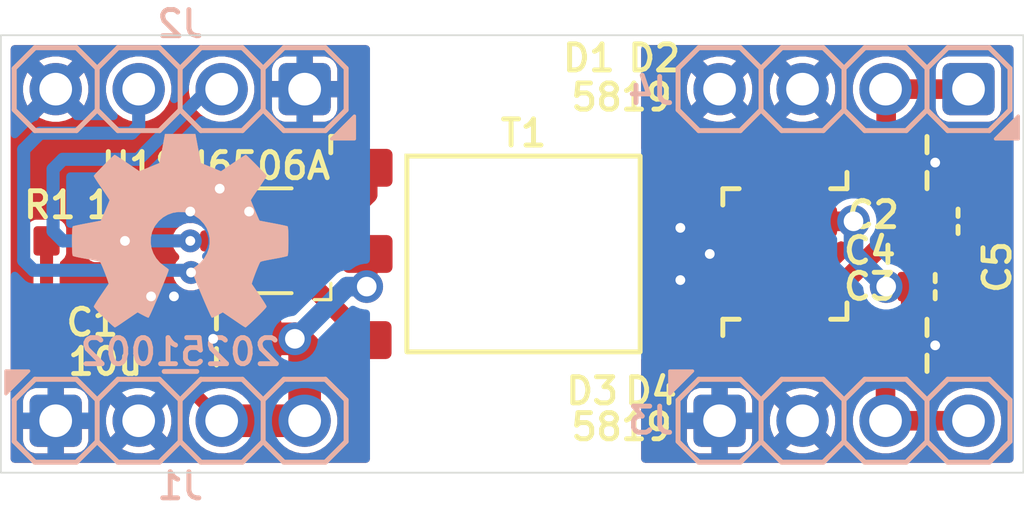
<source format=kicad_pcb>
(kicad_pcb (version 20241229) (generator "pcbnew") (generator_version "9.0")
  (layers (0 "F.Cu" mixed) (2 "B.Cu" mixed) (13 "F.Paste" user) (15 "B.Paste" user) (5 "F.SilkS" user "F.Silkscreen") (7 "B.SilkS" user "B.Silkscreen") (1 "F.Mask" user) (3 "B.Mask" user) (25 "Edge.Cuts" user))
  (net 0 "")
  (net 1 "GND")
  (net 2 "/VIN")
  (net 3 "/ExtClk")
  (net 4 "/Enable")
  (net 5 "/P1")
  (net 6 "/P2")
  (net 7 "/VOUT+")
  (net 8 "/VOUT-")
  (net 9 "Net-(D1-A)")
  (net 10 "Net-(D3-A)")
  (net 11 "GND1")
  (footprint "SquantorCapacitor:C_1206_0805" (layer "F.Cu") (at 158.75 84.8)
    (property "Reference" "C2" (at -1.65 1.6 0) (layer "F.SilkS") (effects (font (size 0.8 0.8))))
    (property "Value" "10u")
    (fp_line (start 0 -0.8) (end 0 -0.3) (stroke (width 0.15)) (layer "F.SilkS"))
    (fp_line (start 0 0.8) (end 0 0.3) (stroke (width 0.15)) (layer "F.SilkS"))
    (pad "1" smd roundrect (at -1.25 0) (size 1.5 1.6) (layers "F.Cu" "F.Mask" "F.Paste") (net 7 "/VOUT+"))
    (pad "2" smd roundrect (at 1.25 0) (size 1.5 1.6) (layers "F.Cu" "F.Mask" "F.Paste") (net 11 "GND1"))
  )
  (footprint "SquantorCapacitor:C_1206_0805" (layer "F.Cu") (at 158.75 90.4)
    (property "Reference" "C3" (at -1.75 -1.8 0) (layer "F.SilkS") (effects (font (size 0.8 0.8))))
    (property "Value" "10u")
    (fp_line (start 0 -0.8) (end 0 -0.3) (stroke (width 0.15)) (layer "F.SilkS"))
    (fp_line (start 0 0.8) (end 0 0.3) (stroke (width 0.15)) (layer "F.SilkS"))
    (pad "1" smd roundrect (at -1.25 0) (size 1.5 1.6) (layers "F.Cu" "F.Mask" "F.Paste") (net 8 "/VOUT-"))
    (pad "2" smd roundrect (at 1.25 0) (size 1.5 1.6) (layers "F.Cu" "F.Mask" "F.Paste") (net 11 "GND1"))
  )
  (footprint "SquantorCapacitor:C_0603" (layer "F.Cu") (at 159.7 86.6)
    (property "Reference" "C5" (at 1.2 1.4 90) (layer "F.SilkS") (effects (font (size 0.8 0.8))))
    (property "Value" "1u")
    (fp_line (start 0 -0.15) (end 0 -0.375) (stroke (width 0.15)) (layer "F.SilkS"))
    (fp_line (start 0 0.375) (end 0 0.15) (stroke (width 0.15)) (layer "F.SilkS"))
    (pad "1" smd roundrect (at -0.75 0) (size 0.8 0.9) (layers "F.Cu" "F.Mask" "F.Paste") (roundrect_rratio 0.125) (net 7 "/VOUT+"))
    (pad "2" smd roundrect (at 0.75 0) (size 0.8 0.9) (layers "F.Cu" "F.Mask" "F.Paste") (roundrect_rratio 0.125) (net 11 "GND1"))
  )
  (footprint "SquantorDiodes:SOD-323HE-shikues" (layer "F.Cu") (at 154.4 90.6)
    (property "Reference" "D4" (at -4.1 1.2 0) (layer "F.SilkS") (effects (font (size 0.8 0.8))))
    (property "Value" "5819")
    (fp_line (start -1.9 -1) (end -1.9 -0.5) (stroke (width 0.15)) (layer "F.SilkS"))
    (fp_line (start -1.9 -1) (end -1.4 -1) (stroke (width 0.15)) (layer "F.SilkS"))
    (pad "1" smd roundrect (at -0.675 0) (size 1.85 1.1) (layers "F.Cu" "F.Mask" "F.Paste") (roundrect_rratio 0.2) (net 10 "Net-(D3-A)"))
    (pad "2" smd roundrect (at 1.15 0) (size 0.9 1) (layers "F.Cu" "F.Mask" "F.Paste") (roundrect_rratio 0.2) (net 8 "/VOUT-"))
  )
  (footprint "SquantorDiodes:SOD-323HE-shikues" (layer "F.Cu") (at 154.4 88.6 180)
    (property "Reference" "D3" (at 5.9 -3.2 0) (layer "F.SilkS") (effects (font (size 0.8 0.8))))
    (property "Value" "5819" (at 5 5.8 0) (layer "F.SilkS") (effects (font (size 0.8 0.8))))
    (fp_line (start -1.9 -1) (end -1.4 -1) (stroke (width 0.15)) (layer "F.SilkS"))
    (fp_line (start -1.9 -1) (end -1.9 -0.5) (stroke (width 0.15)) (layer "F.SilkS"))
    (pad "1" smd roundrect (at -0.675 0 180) (size 1.85 1.1) (layers "F.Cu" "F.Mask" "F.Paste") (roundrect_rratio 0.2) (net 7 "/VOUT+"))
    (pad "2" smd roundrect (at 1.15 0 180) (size 0.9 1) (layers "F.Cu" "F.Mask" "F.Paste") (roundrect_rratio 0.2) (net 10 "Net-(D3-A)"))
  )
  (footprint "SquantorResistor:R_0603_hand" (layer "F.Cu") (at 132.7 87.2)
    (property "Reference" "R1" (at -0.8 -1.1 0) (layer "F.SilkS") (effects (font (size 0.8 0.8))))
    (property "Value" "10K" (at 1.5 -1.1 0) (layer "F.SilkS") (effects (font (size 0.8 0.8))))
    (fp_line (start 0 -0.2) (end 0 0.2) (stroke (width 0.15)) (layer "F.SilkS"))
    (pad "1" smd roundrect (at -0.9 0) (size 0.8 0.9) (layers "F.Cu" "F.Mask" "F.Paste") (roundrect_rratio 0.1428571429) (net 2 "/VIN"))
    (pad "2" smd roundrect (at 0.9 0) (size 0.8 0.9) (layers "F.Cu" "F.Mask" "F.Paste") (roundrect_rratio 0.1428571429) (net 4 "/Enable"))
  )
  (footprint "SquantorFangCheng:T-3_8W-6Pin_hand" (layer "F.Cu") (at 146.4 87.6)
    (property "Reference" "T1" (at 0 -3.7 0) (layer "F.SilkS") (effects (font (size 0.8 0.8))))
    (property "Value" "STR7040")
    (fp_line (start -5.9 -3.6) (end -5.9 -3.1) (stroke (width 0.15)) (layer "F.SilkS"))
    (fp_line (start -5.9 -3.6) (end -5.4 -3.6) (stroke (width 0.15)) (layer "F.SilkS"))
    (fp_rect (start -3.57 -3) (end 3.57 3) (stroke (width 0.15)) (fill no) (layer "F.SilkS"))
    (pad "1" smd roundrect (at -4.77 -2.64) (size 1.52 1.16) (layers "F.Cu" "F.Mask" "F.Paste") (roundrect_rratio 0.15) (net 6 "/P2"))
    (pad "2" smd roundrect (at -4.77 0) (size 1.52 1.16) (layers "F.Cu" "F.Mask" "F.Paste") (roundrect_rratio 0.15) (net 2 "/VIN"))
    (pad "3" smd roundrect (at -4.8 2.64) (size 1.52 1.16) (layers "F.Cu" "F.Mask" "F.Paste") (roundrect_rratio 0.15) (net 5 "/P1"))
    (pad "4" smd roundrect (at 4.77 2.64) (size 1.52 1.16) (layers "F.Cu" "F.Mask" "F.Paste") (roundrect_rratio 0.15) (net 10 "Net-(D3-A)"))
    (pad "5" smd roundrect (at 4.77 0) (size 1.52 1.16) (layers "F.Cu" "F.Mask" "F.Paste") (roundrect_rratio 0.15) (net 11 "GND1"))
    (pad "6" smd roundrect (at 4.77 -2.64) (size 1.52 1.16) (layers "F.Cu" "F.Mask" "F.Paste") (roundrect_rratio 0.15) (net 9 "Net-(D1-A)"))
  )
  (footprint "SquantorCapacitor:C_1206_0805" (layer "F.Cu") (at 137 90.2)
    (property "Reference" "C1" (at -3.8 -0.5 0) (layer "F.SilkS") (effects (font (size 0.8 0.8))))
    (property "Value" "10u" (at -3.4 0.7 0) (layer "F.SilkS") (effects (font (size 0.8 0.8))))
    (fp_line (start 0 -0.8) (end 0 -0.3) (stroke (width 0.15)) (layer "F.SilkS"))
    (fp_line (start 0 0.8) (end 0 0.3) (stroke (width 0.15)) (layer "F.SilkS"))
    (pad "1" smd roundrect (at -1.25 0) (size 1.5 1.6) (layers "F.Cu" "F.Mask" "F.Paste") (net 1 "GND"))
    (pad "2" smd roundrect (at 1.25 0) (size 1.5 1.6) (layers "F.Cu" "F.Mask" "F.Paste") (net 2 "/VIN"))
  )
  (footprint "SquantorDiodes:SOD-323HE-shikues" (layer "F.Cu") (at 154.4 86.6)
    (property "Reference" "D2" (at -4 -5 0) (layer "F.SilkS") (effects (font (size 0.8 0.8))))
    (property "Value" "5819" (at -5 6.3 0) (layer "F.SilkS") (effects (font (size 0.8 0.8))))
    (fp_line (start -1.9 -1) (end -1.9 -0.5) (stroke (width 0.15)) (layer "F.SilkS"))
    (fp_line (start -1.9 -1) (end -1.4 -1) (stroke (width 0.15)) (layer "F.SilkS"))
    (pad "1" smd roundrect (at -0.675 0) (size 1.85 1.1) (layers "F.Cu" "F.Mask" "F.Paste") (roundrect_rratio 0.2) (net 9 "Net-(D1-A)"))
    (pad "2" smd roundrect (at 1.15 0) (size 0.9 1) (layers "F.Cu" "F.Mask" "F.Paste") (roundrect_rratio 0.2) (net 8 "/VOUT-"))
  )
  (footprint "SquantorCapacitor:C_0603" (layer "F.Cu") (at 159 88.6)
    (property "Reference" "C4" (at -2 -1.1 0) (layer "F.SilkS") (effects (font (size 0.8 0.8))))
    (property "Value" "1u")
    (fp_line (start 0 -0.15) (end 0 -0.375) (stroke (width 0.15)) (layer "F.SilkS"))
    (fp_line (start 0 0.375) (end 0 0.15) (stroke (width 0.15)) (layer "F.SilkS"))
    (pad "1" smd roundrect (at -0.75 0) (size 0.8 0.9) (layers "F.Cu" "F.Mask" "F.Paste") (roundrect_rratio 0.125) (net 8 "/VOUT-"))
    (pad "2" smd roundrect (at 0.75 0) (size 0.8 0.9) (layers "F.Cu" "F.Mask" "F.Paste") (roundrect_rratio 0.125) (net 11 "GND1"))
  )
  (footprint "SquantorDiodes:SOD-323HE-shikues" (layer "F.Cu") (at 154.4 84.6 180)
    (property "Reference" "D1" (at 6 3 0) (layer "F.SilkS") (effects (font (size 0.8 0.8))))
    (property "Value" "5819")
    (fp_line (start -1.9 -1) (end -1.4 -1) (stroke (width 0.15)) (layer "F.SilkS"))
    (fp_line (start -1.9 -1) (end -1.9 -0.5) (stroke (width 0.15)) (layer "F.SilkS"))
    (pad "1" smd roundrect (at -0.675 0 180) (size 1.85 1.1) (layers "F.Cu" "F.Mask" "F.Paste") (roundrect_rratio 0.2) (net 7 "/VOUT+"))
    (pad "2" smd roundrect (at 1.15 0 180) (size 0.9 1) (layers "F.Cu" "F.Mask" "F.Paste") (roundrect_rratio 0.2) (net 9 "Net-(D1-A)"))
  )
  (footprint "SquantorIC:SOT23-6-TI" (layer "F.Cu") (at 138.4 87.2 180)
    (property "Reference" "U1" (at 4.1 2.3 0) (layer "F.SilkS") (effects (font (size 0.8 0.8))))
    (property "Value" "SN6506A" (at 0.6 2.3 0) (layer "F.SilkS") (effects (font (size 0.8 0.8))))
    (fp_line (start 0.9 -1.6) (end -0.9 -1.6) (stroke (width 0.12)) (layer "F.SilkS"))
    (fp_line (start -0.9 1.61) (end 0.9 1.61) (stroke (width 0.12)) (layer "F.SilkS"))
    (fp_line (start -2.1 -1.8) (end -1.6 -1.8) (stroke (width 0.1)) (layer "F.SilkS"))
    (fp_line (start -2.1 -1.8) (end -2.1 -1.3) (stroke (width 0.1)) (layer "F.SilkS"))
    (pad "1" smd roundrect (at -1.3 -0.95 180) (size 1.2 0.65) (layers "F.Cu" "F.Mask" "F.Paste") (roundrect_rratio 0.2) (net 5 "/P1"))
    (pad "2" smd roundrect (at -1.3 0 180) (size 1.2 0.65) (layers "F.Cu" "F.Mask" "F.Paste") (roundrect_rratio 0.2) (net 2 "/VIN"))
    (pad "3" smd roundrect (at -1.3 0.95 180) (size 1.2 0.65) (layers "F.Cu" "F.Mask" "F.Paste") (roundrect_rratio 0.2) (net 6 "/P2"))
    (pad "4" smd roundrect (at 1.3 0.95 180) (size 1.2 0.65) (layers "F.Cu" "F.Mask" "F.Paste") (roundrect_rratio 0.2) (net 1 "GND"))
    (pad "5" smd roundrect (at 1.3 0 180) (size 1.2 0.65) (layers "F.Cu" "F.Mask" "F.Paste") (roundrect_rratio 0.2) (net 4 "/Enable"))
    (pad "6" smd roundrect (at 1.3 -0.95 180) (size 1.2 0.65) (layers "F.Cu" "F.Mask" "F.Paste") (roundrect_rratio 0.2) (net 3 "/ExtClk"))
  )
  (footprint "SquantorLabels:Label_Generic" (layer "B.Cu") (at 135.9 90.6 180)
    (property "Reference" "N1" (hide yes))
    (property "Value" "20251002" (at 0 0 0) (layer "B.SilkS") (effects (font (size 0.8 0.8)) (justify mirror)))
    (fp_line (start -0.5 -0.6) (end 0.5 -0.6) (stroke (width 0.15)) (layer "B.SilkS"))
  )
  (footprint "Symbol:OSHW-Symbol_6.7x6mm_SilkScreen" (layer "B.Cu") (at 135.9 86.9 180)
    (property "Reference" "N2" (hide yes))
    (property "Value" "OHWLOGO" (hide yes))
    (fp_poly (pts (xy 0.555814 2.531069) (xy 0.639635 2.086445) (xy 0.94892 1.958947) (xy 1.258206 1.831449) (xy 1.629246 2.083754) (xy 1.733157 2.154004) (xy 1.827087 2.216728) (xy 1.906652 2.269062) (xy 1.96747 2.308143) (xy 2.005157 2.331107) (xy 2.015421 2.336058) (xy 2.03391 2.323324) (xy 2.07342 2.288118) (xy 2.129522 2.234938) (xy 2.197787 2.168282) (xy 2.273786 2.092646) (xy 2.353092 2.012528) (xy 2.431275 1.932426) (xy 2.503907 1.856836) (xy 2.566559 1.790255) (xy 2.614803 1.737182) (xy 2.64421 1.702113) (xy 2.651241 1.690377) (xy 2.641123 1.66874) (xy 2.612759 1.621338) (xy 2.569129 1.552807) (xy 2.513218 1.467785) (xy 2.448006 1.370907) (xy 2.410219 1.31565) (xy 2.341343 1.214752) (xy 2.28014 1.123701) (xy 2.229578 1.04703) (xy 2.192628 0.989272) (xy 2.172258 0.954957) (xy 2.169197 0.947746) (xy 2.176136 0.927252) (xy 2.195051 0.879487) (xy 2.223087 0.811168) (xy 2.257391 0.729011) (xy 2.295109 0.63973) (xy 2.333387 0.550042) (xy 2.36937 0.466662) (xy 2.400206 0.396306) (xy 2.423039 0.34569) (xy 2.435017 0.321529) (xy 2.435724 0.320578) (xy 2.454531 0.315964) (xy 2.504618 0.305672) (xy 2.580793 0.290713) (xy 2.677865 0.272099) (xy 2.790643 0.250841) (xy 2.856442 0.238582) (xy 2.97695 0.215638) (xy 3.085797 0.193805) (xy 3.177476 0.174278) (xy 3.246481 0.158252) (xy 3.287304 0.146921) (xy 3.295511 0.143326) (xy 3.303548 0.118994) (xy 3.310033 0.064041) (xy 3.31497 -0.015108) (xy 3.318364 -0.112026) (xy 3.320218 -0.220287) (xy 3.320538 -0.333465) (xy 3.319327 -0.445135) (xy 3.31659 -0.548868) (xy 3.312331 -0.638241) (xy 3.306555 -0.706826) (xy 3.299267 -0.748197) (xy 3.294895 -0.75681) (xy 3.268764 -0.767133) (xy 3.213393 -0.781892) (xy 3.136107 -0.799352) (xy 3.04423 -0.81778) (xy 3.012158 -0.823741) (xy 2.857524 -0.852066) (xy 2.735375 -0.874876) (xy 2.641673 -0.89308) (xy 2.572384 -0.907583) (xy 2.523471 -0.919292) (xy 2.490897 -0.929115) (xy 2.470628 -0.937956) (xy 2.458626 -0.946724) (xy 2.456947 -0.948457) (xy 2.440184 -0.976371) (xy 2.414614 -1.030695) (xy 2.382788 -1.104777) (xy 2.34726 -1.191965) (xy 2.310583 -1.285608) (xy 2.275311 -1.379052) (xy 2.243996 -1.465647) (xy 2.219193 -1.53874) (xy 2.203454 -1.591678) (xy 2.199332 -1.617811) (xy 2.199676 -1.618726) (xy 2.213641 -1.640086) (xy 2.245322 -1.687084) (xy 2.291391 -1.754827) (xy 2.348518 -1.838423) (xy 2.413373 -1.932982) (xy 2.431843 -1.959854) (xy 2.497699 -2.057275) (xy 2.55565 -2.146163) (xy 2.602538 -2.221412) (xy 2.635207 -2.27792) (xy 2.6505 -2.310581) (xy 2.651241 -2.314593) (xy 2.638392 -2.335684) (xy 2.602888 -2.377464) (xy 2.549293 -2.435445) (xy 2.482171 -2.505135) (xy 2.406087 -2.582045) (xy 2.325604 -2.661683) (xy 2.245287 -2.739561) (xy 2.169699 -2.811186) (xy 2.103405 -2.87207) (xy 2.050969 -2.917721) (xy 2.016955 -2.94365) (xy 2.007545 -2.947883) (xy 1.985643 -2.937912) (xy 1.9408 -2.91102) (xy 1.880321 -2.871736) (xy 1.833789 -2.840117) (xy 1.749475 -2.782098) (xy 1.649626 -2.713784) (xy 1.549473 -2.645579) (xy 1.495627 -2.609075) (xy 1.313371 -2.4858) (xy 1.160381 -2.56852) (xy 1.090682 -2.604759) (xy 1.031414 -2.632926) (xy 0.991311 -2.648991) (xy 0.981103 -2.651226) (xy 0.968829 -2.634722) (xy 0.944613 -2.588082) (xy 0.910263 -2.515609) (xy 0.867588 -2.421606) (xy 0.818394 -2.310374) (xy 0.76449 -2.186215) (xy 0.707684 -2.053432) (xy 0.649782 -1.916327) (xy 0.592593 -1.779202) (xy 0.537924 -1.646358) (xy 0.487584 -1.522098) (xy 0.44338 -1.410725) (xy 0.407119 -1.316539) (xy 0.380609 -1.243844) (xy 0.365658 -1.196941) (xy 0.363254 -1.180833) (xy 0.382311 -1.160286) (xy 0.424036 -1.126933) (xy 0.479706 -1.087702) (xy 0.484378 -1.084599) (xy 0.628264 -0.969423) (xy 0.744283 -0.835053) (xy 0.83143 -0.685784) (xy 0.888699 -0.525913) (xy 0.915086 -0.359737) (xy 0.909585 -0.191552) (xy 0.87119 -0.025655) (xy 0.798895 0.133658) (xy 0.777626 0.168513) (xy 0.666996 0.309263) (xy 0.536302 0.422286) (xy 0.390064 0.506997) (xy 0.232808 0.562806) (xy 0.069057 0.589126) (xy -0.096667 0.58537) (xy -0.259838 0.55095) (xy -0.415935 0.485277) (xy -0.560433 0.387765) (xy -0.605131 0.348187) (xy -0.718888 0.224297) (xy -0.801782 0.093876) (xy -0.858644 -0.052315) (xy -0.890313 -0.197088) (xy -0.898131 -0.35986) (xy -0.872062 -0.52344) (xy -0.814755 -0.682298) (xy -0.728856 -0.830906) (xy -0.617014 -0.963735) (xy -0.481877 -1.075256) (xy -0.464117 -1.087011) (xy -0.40785 -1.125508) (xy -0.365077 -1.158863) (xy -0.344628 -1.18016) (xy -0.344331 -1.180833) (xy -0.348721 -1.203871) (xy -0.366124 -1.256157) (xy -0.394732 -1.33339) (xy -0.432735 -1.431268) (xy -0.478326 -1.545491) (xy -0.529697 -1.671758) (xy -0.585038 -1.805767) (xy -0.642542 -1.943218) (xy -0.700399 -2.079808) (xy -0.756802 -2.211237) (xy -0.809942 -2.333205) (xy -0.85801 -2.441409) (xy -0.899199 -2.531549) (xy -0.931699 -2.599323) (xy -0.953703 -2.64043) (xy -0.962564 -2.651226) (xy -0.98964 -2.642819) (xy -1.040303 -2.620272) (xy -1.105817 -2.587613) (xy -1.141841 -2.56852) (xy -1.294832 -2.4858) (xy -1.477088 -2.609075) (xy -1.570125 -2.672228) (xy -1.671985 -2.741727) (xy -1.767438 -2.807165) (xy -1.81525 -2.840117) (xy -1.882495 -2.885273) (xy -1.939436 -2.921057) (xy -1.978646 -2.942938) (xy -1.991381 -2.947563) (xy -2.009917 -2.935085) (xy -2.050941 -2.900252) (xy -2.110475 -2.846678) (xy -2.184542 -2.777983) (xy -2.269165 -2.697781) (xy -2.322685 -2.646286) (xy -2.416319 -2.554286) (xy -2.497241 -2.471999) (xy -2.562177 -2.402945) (xy -2.607858 -2.350644) (xy -2.631011 -2.318616) (xy -2.633232 -2.312116) (xy -2.622924 -2.287394) (xy -2.594439 -2.237405) (xy -2.550937 -2.167212) (xy -2.495577 -2.081875) (xy -2.43152 -1.986456) (xy -2.413303 -1.959854) (xy -2.346927 -1.863167) (xy -2.287378 -1.776117) (xy -2.237984 -1.703595) (xy -2.202075 -1.650493) (xy -2.182981 -1.621703) (xy -2.181136 -1.618726) (xy -2.183895 -1.595782) (xy -2.198538 -1.545336) (xy -2.222513 -1.474041) (xy -2.253266 -1.388547) (xy -2.288244 -1.295507) (xy -2.324893 -1.201574) (xy -2.360661 -1.113399) (xy -2.392994 -1.037634) (xy -2.419338 -0.980931) (xy -2.437142 -0.949943) (xy -2.438407 -0.948457) (xy -2.449294 -0.939601) (xy -2.467682 -0.930843) (xy -2.497606 -0.921277) (xy -2.543103 -0.909996) (xy -2.608209 -0.896093) (xy -2.696961 -0.878663) (xy -2.813393 -0.856798) (xy -2.961542 -0.829591) (xy -2.993618 -0.823741) (xy -3.088686 -0.805374) (xy -3.171565 -0.787405) (xy -3.23493 -0.771569) (xy -3.271458 -0.7596) (xy -3.276356 -0.75681) (xy -3.284427 -0.732072) (xy -3.290987 -0.67679) (xy -3.296033 -0.597389) (xy -3.299559 -0.500296) (xy -3.301561 -0.391938) (xy -3.302036 -0.27874) (xy -3.300977 -0.167128) (xy -3.298382 -0.063529) (xy -3.294246 0.025632) (xy -3.288563 0.093928) (xy -3.281331 0.134934) (xy -3.276971 0.143326) (xy -3.252698 0.151792) (xy -3.197426 0.165565) (xy -3.116662 0.18345) (xy -3.015912 0.204252) (xy -2.900683 0.226777) (xy -2.837902 0.238582) (xy -2.718787 0.260849) (xy -2.612565 0.281021) (xy -2.524427 0.298085) (xy -2.459566 0.311031) (xy -2.423174 0.318845) (xy -2.417184 0.320578) (xy -2.407061 0.34011) (xy -2.385662 0.387157) (xy -2.355839 0.454997) (xy -2.320445 0.536909) (xy -2.282332 0.626172) (xy -2.244353 0.716065) (xy -2.20936 0.799865) (xy -2.180206 0.870853) (xy -2.159743 0.922306) (xy -2.150823 0.947503) (xy -2.150657 0.948604) (xy -2.160769 0.968481) (xy -2.189117 1.014223) (xy -2.232723 1.081283) (xy -2.288606 1.165116) (xy -2.353787 1.261174) (xy -2.391679 1.31635) (xy -2.460725 1.417519) (xy -2.52205 1.50937) (xy -2.572663 1.587256) (xy -2.609571 1.646531) (xy -2.629782 1.682549) (xy -2.632701 1.690623) (xy -2.620153 1.709416) (xy -2.585463 1.749543) (xy -2.533063 1.806507) (xy -2.467384 1.875815) (xy -2.392856 1.952969) (xy -2.313913 2.033475) (xy -2.234983 2.112837) (xy -2.1605 2.18656) (xy -2.094894 2.250148) (xy -2.042596 2.299106) (xy -2.008039 2.328939) (xy -1.996478 2.336058) (xy -1.977654 2.326047) (xy -1.932631 2.297922) (xy -1.865787 2.254546) (xy -1.781499 2.198782) (xy -1.684144 2.133494) (xy -1.610707 2.083754) (xy -1.239667 1.831449) (xy -0.621095 2.086445) (xy -0.537275 2.531069) (xy -0.453454 2.975693) (xy 0.471994 2.975693) (xy 0.555814 2.531069)) (stroke (width 0.01)) (fill yes) (layer "B.SilkS"))
  )
  (footprint "SquantorConnectors:Header-0254-1X04-H010" (layer "B.Cu") (at 156.21 92.71)
    (property "Reference" "J3" (at -5.91 -0.01 0) (layer "B.SilkS") (effects (font (size 0.8 0.8) (thickness 0.15) (bold yes)) (justify mirror)))
    (property "Value" "Conn_01x04")
    (fp_line (start -5.08 -0.635) (end -4.445 -1.27) (stroke (width 0.1524)) (layer "B.SilkS"))
    (fp_line (start -5.08 0.635) (end -5.08 -0.635) (stroke (width 0.1524)) (layer "B.SilkS"))
    (fp_line (start -4.445 1.27) (end -5.08 0.635) (stroke (width 0.1524)) (layer "B.SilkS"))
    (fp_line (start -4.445 1.27) (end -3.175 1.27) (stroke (width 0.1524)) (layer "B.SilkS"))
    (fp_line (start -3.175 -1.27) (end -4.445 -1.27) (stroke (width 0.1524)) (layer "B.SilkS"))
    (fp_line (start -3.175 1.27) (end -2.54 0.635) (stroke (width 0.1524)) (layer "B.SilkS"))
    (fp_line (start -2.54 -0.635) (end -3.175 -1.27) (stroke (width 0.1524)) (layer "B.SilkS"))
    (fp_line (start -2.54 0.635) (end -2.54 -0.635) (stroke (width 0.1524)) (layer "B.SilkS"))
    (fp_line (start -2.54 0.635) (end -1.905 1.27) (stroke (width 0.1524)) (layer "B.SilkS"))
    (fp_line (start -1.905 -1.27) (end -2.54 -0.635) (stroke (width 0.1524)) (layer "B.SilkS"))
    (fp_line (start -1.905 1.27) (end -0.635 1.27) (stroke (width 0.1524)) (layer "B.SilkS"))
    (fp_line (start -0.635 -1.27) (end -1.905 -1.27) (stroke (width 0.1524)) (layer "B.SilkS"))
    (fp_line (start -0.635 1.27) (end 0 0.635) (stroke (width 0.1524)) (layer "B.SilkS"))
    (fp_line (start 0 -0.635) (end -0.635 -1.27) (stroke (width 0.1524)) (layer "B.SilkS"))
    (fp_line (start 0 0.635) (end 0 -0.635) (stroke (width 0.1524)) (layer "B.SilkS"))
    (fp_line (start 0 0.635) (end 0.635 1.27) (stroke (width 0.1524)) (layer "B.SilkS"))
    (fp_line (start 0.635 -1.27) (end 0 -0.635) (stroke (width 0.1524)) (layer "B.SilkS"))
    (fp_line (start 0.635 1.27) (end 1.905 1.27) (stroke (width 0.1524)) (layer "B.SilkS"))
    (fp_line (start 1.905 -1.27) (end 0.635 -1.27) (stroke (width 0.1524)) (layer "B.SilkS"))
    (fp_line (start 1.905 1.27) (end 2.54 0.635) (stroke (width 0.1524)) (layer "B.SilkS"))
    (fp_line (start 2.54 -0.635) (end 1.905 -1.27) (stroke (width 0.1524)) (layer "B.SilkS"))
    (fp_line (start 2.54 -0.635) (end 3.175 -1.27) (stroke (width 0.1524)) (layer "B.SilkS"))
    (fp_line (start 2.54 0.635) (end 2.54 -0.635) (stroke (width 0.1524)) (layer "B.SilkS"))
    (fp_line (start 3.175 1.27) (end 2.54 0.635) (stroke (width 0.1524)) (layer "B.SilkS"))
    (fp_line (start 3.175 1.27) (end 4.445 1.27) (stroke (width 0.1524)) (layer "B.SilkS"))
    (fp_line (start 4.445 -1.27) (end 3.175 -1.27) (stroke (width 0.1524)) (layer "B.SilkS"))
    (fp_line (start 4.445 1.27) (end 5.08 0.635) (stroke (width 0.1524)) (layer "B.SilkS"))
    (fp_line (start 5.08 -0.635) (end 4.445 -1.27) (stroke (width 0.1524)) (layer "B.SilkS"))
    (fp_line (start 5.08 0.635) (end 5.08 -0.635) (stroke (width 0.1524)) (layer "B.SilkS"))
    (fp_poly (pts (xy -5.334 -0.8255) (xy -5.334 -1.524) (xy -4.6355 -1.524)) (stroke (width 0.1)) (fill yes) (layer "B.SilkS"))
    (pad "1" thru_hole roundrect (at -3.81 0 180) (size 1.6 1.6) (drill 1) (layers "*.Cu" "*.Mask") (roundrect_rratio 0.15) (net 11 "GND1"))
    (pad "2" thru_hole circle (at -1.27 0 180) (size 1.6 1.6) (drill 1) (layers "*.Cu" "*.Mask") (net 11 "GND1"))
    (pad "3" thru_hole circle (at 1.27 0 180) (size 1.6 1.6) (drill 1) (layers "*.Cu" "*.Mask") (net 8 "/VOUT-"))
    (pad "4" thru_hole circle (at 3.81 0 180) (size 1.6 1.6) (drill 1) (layers "*.Cu" "*.Mask") (net 8 "/VOUT-"))
  )
  (footprint "SquantorConnectors:Header-0254-1X04-H010" (layer "B.Cu") (at 135.89 82.55 180)
    (property "Reference" "J2" (at 0 2 0) (layer "B.SilkS") (effects (font (size 0.8 0.8) (thickness 0.15) (bold yes)) (justify mirror)))
    (property "Value" "Conn_01x04")
    (fp_line (start 5.08 0.635) (end 5.08 -0.635) (stroke (width 0.1524)) (layer "B.SilkS"))
    (fp_line (start 5.08 -0.635) (end 4.445 -1.27) (stroke (width 0.1524)) (layer "B.SilkS"))
    (fp_line (start 4.445 1.27) (end 5.08 0.635) (stroke (width 0.1524)) (layer "B.SilkS"))
    (fp_line (start 4.445 -1.27) (end 3.175 -1.27) (stroke (width 0.1524)) (layer "B.SilkS"))
    (fp_line (start 3.175 1.27) (end 4.445 1.27) (stroke (width 0.1524)) (layer "B.SilkS"))
    (fp_line (start 3.175 1.27) (end 2.54 0.635) (stroke (width 0.1524)) (layer "B.SilkS"))
    (fp_line (start 2.54 0.635) (end 2.54 -0.635) (stroke (width 0.1524)) (layer "B.SilkS"))
    (fp_line (start 2.54 -0.635) (end 3.175 -1.27) (stroke (width 0.1524)) (layer "B.SilkS"))
    (fp_line (start 2.54 -0.635) (end 1.905 -1.27) (stroke (width 0.1524)) (layer "B.SilkS"))
    (fp_line (start 1.905 1.27) (end 2.54 0.635) (stroke (width 0.1524)) (layer "B.SilkS"))
    (fp_line (start 1.905 -1.27) (end 0.635 -1.27) (stroke (width 0.1524)) (layer "B.SilkS"))
    (fp_line (start 0.635 1.27) (end 1.905 1.27) (stroke (width 0.1524)) (layer "B.SilkS"))
    (fp_line (start 0.635 -1.27) (end 0 -0.635) (stroke (width 0.1524)) (layer "B.SilkS"))
    (fp_line (start 0 0.635) (end 0.635 1.27) (stroke (width 0.1524)) (layer "B.SilkS"))
    (fp_line (start 0 0.635) (end 0 -0.635) (stroke (width 0.1524)) (layer "B.SilkS"))
    (fp_line (start 0 -0.635) (end -0.635 -1.27) (stroke (width 0.1524)) (layer "B.SilkS"))
    (fp_line (start -0.635 1.27) (end 0 0.635) (stroke (width 0.1524)) (layer "B.SilkS"))
    (fp_line (start -0.635 -1.27) (end -1.905 -1.27) (stroke (width 0.1524)) (layer "B.SilkS"))
    (fp_line (start -1.905 1.27) (end -0.635 1.27) (stroke (width 0.1524)) (layer "B.SilkS"))
    (fp_line (start -1.905 -1.27) (end -2.54 -0.635) (stroke (width 0.1524)) (layer "B.SilkS"))
    (fp_line (start -2.54 0.635) (end -1.905 1.27) (stroke (width 0.1524)) (layer "B.SilkS"))
    (fp_line (start -2.54 0.635) (end -2.54 -0.635) (stroke (width 0.1524)) (layer "B.SilkS"))
    (fp_line (start -2.54 -0.635) (end -3.175 -1.27) (stroke (width 0.1524)) (layer "B.SilkS"))
    (fp_line (start -3.175 1.27) (end -2.54 0.635) (stroke (width 0.1524)) (layer "B.SilkS"))
    (fp_line (start -3.175 -1.27) (end -4.445 -1.27) (stroke (width 0.1524)) (layer "B.SilkS"))
    (fp_line (start -4.445 1.27) (end -3.175 1.27) (stroke (width 0.1524)) (layer "B.SilkS"))
    (fp_line (start -4.445 1.27) (end -5.08 0.635) (stroke (width 0.1524)) (layer "B.SilkS"))
    (fp_line (start -5.08 0.635) (end -5.08 -0.635) (stroke (width 0.1524)) (layer "B.SilkS"))
    (fp_line (start -5.08 -0.635) (end -4.445 -1.27) (stroke (width 0.1524)) (layer "B.SilkS"))
    (fp_poly (pts (xy -5.334 -0.8255) (xy -5.334 -1.524) (xy -4.6355 -1.524)) (stroke (width 0.1)) (fill yes) (layer "B.SilkS"))
    (pad "1" thru_hole roundrect (at -3.81 0) (size 1.6 1.6) (drill 1) (layers "*.Cu" "*.Mask") (roundrect_rratio 0.15) (net 1 "GND"))
    (pad "2" thru_hole circle (at -1.27 0) (size 1.6 1.6) (drill 1) (layers "*.Cu" "*.Mask") (net 4 "/Enable"))
    (pad "3" thru_hole circle (at 1.27 0) (size 1.6 1.6) (drill 1) (layers "*.Cu" "*.Mask") (net 3 "/ExtClk"))
    (pad "4" thru_hole circle (at 3.81 0) (size 1.6 1.6) (drill 1) (layers "*.Cu" "*.Mask") (net 1 "GND"))
  )
  (footprint "SquantorConnectors:Header-0254-1X04-H010" (layer "B.Cu") (at 135.89 92.71)
    (property "Reference" "J1" (at 0 2 180) (layer "B.SilkS") (effects (font (size 0.8 0.8) (thickness 0.15) (bold yes)) (justify mirror)))
    (property "Value" "Conn_01x04")
    (fp_line (start -5.08 -0.635) (end -4.445 -1.27) (stroke (width 0.1524)) (layer "B.SilkS"))
    (fp_line (start -5.08 0.635) (end -5.08 -0.635) (stroke (width 0.1524)) (layer "B.SilkS"))
    (fp_line (start -4.445 1.27) (end -5.08 0.635) (stroke (width 0.1524)) (layer "B.SilkS"))
    (fp_line (start -4.445 1.27) (end -3.175 1.27) (stroke (width 0.1524)) (layer "B.SilkS"))
    (fp_line (start -3.175 -1.27) (end -4.445 -1.27) (stroke (width 0.1524)) (layer "B.SilkS"))
    (fp_line (start -3.175 1.27) (end -2.54 0.635) (stroke (width 0.1524)) (layer "B.SilkS"))
    (fp_line (start -2.54 -0.635) (end -3.175 -1.27) (stroke (width 0.1524)) (layer "B.SilkS"))
    (fp_line (start -2.54 0.635) (end -2.54 -0.635) (stroke (width 0.1524)) (layer "B.SilkS"))
    (fp_line (start -2.54 0.635) (end -1.905 1.27) (stroke (width 0.1524)) (layer "B.SilkS"))
    (fp_line (start -1.905 -1.27) (end -2.54 -0.635) (stroke (width 0.1524)) (layer "B.SilkS"))
    (fp_line (start -1.905 1.27) (end -0.635 1.27) (stroke (width 0.1524)) (layer "B.SilkS"))
    (fp_line (start -0.635 -1.27) (end -1.905 -1.27) (stroke (width 0.1524)) (layer "B.SilkS"))
    (fp_line (start -0.635 1.27) (end 0 0.635) (stroke (width 0.1524)) (layer "B.SilkS"))
    (fp_line (start 0 -0.635) (end -0.635 -1.27) (stroke (width 0.1524)) (layer "B.SilkS"))
    (fp_line (start 0 0.635) (end 0 -0.635) (stroke (width 0.1524)) (layer "B.SilkS"))
    (fp_line (start 0 0.635) (end 0.635 1.27) (stroke (width 0.1524)) (layer "B.SilkS"))
    (fp_line (start 0.635 -1.27) (end 0 -0.635) (stroke (width 0.1524)) (layer "B.SilkS"))
    (fp_line (start 0.635 1.27) (end 1.905 1.27) (stroke (width 0.1524)) (layer "B.SilkS"))
    (fp_line (start 1.905 -1.27) (end 0.635 -1.27) (stroke (width 0.1524)) (layer "B.SilkS"))
    (fp_line (start 1.905 1.27) (end 2.54 0.635) (stroke (width 0.1524)) (layer "B.SilkS"))
    (fp_line (start 2.54 -0.635) (end 1.905 -1.27) (stroke (width 0.1524)) (layer "B.SilkS"))
    (fp_line (start 2.54 -0.635) (end 3.175 -1.27) (stroke (width 0.1524)) (layer "B.SilkS"))
    (fp_line (start 2.54 0.635) (end 2.54 -0.635) (stroke (width 0.1524)) (layer "B.SilkS"))
    (fp_line (start 3.175 1.27) (end 2.54 0.635) (stroke (width 0.1524)) (layer "B.SilkS"))
    (fp_line (start 3.175 1.27) (end 4.445 1.27) (stroke (width 0.1524)) (layer "B.SilkS"))
    (fp_line (start 4.445 -1.27) (end 3.175 -1.27) (stroke (width 0.1524)) (layer "B.SilkS"))
    (fp_line (start 4.445 1.27) (end 5.08 0.635) (stroke (width 0.1524)) (layer "B.SilkS"))
    (fp_line (start 5.08 -0.635) (end 4.445 -1.27) (stroke (width 0.1524)) (layer "B.SilkS"))
    (fp_line (start 5.08 0.635) (end 5.08 -0.635) (stroke (width 0.1524)) (layer "B.SilkS"))
    (fp_poly (pts (xy -5.334 -0.8255) (xy -5.334 -1.524) (xy -4.6355 -1.524)) (stroke (width 0.1)) (fill yes) (layer "B.SilkS"))
    (pad "1" thru_hole roundrect (at -3.81 0 180) (size 1.6 1.6) (drill 1) (layers "*.Cu" "*.Mask") (roundrect_rratio 0.15) (net 1 "GND"))
    (pad "2" thru_hole circle (at -1.27 0 180) (size 1.6 1.6) (drill 1) (layers "*.Cu" "*.Mask") (net 1 "GND"))
    (pad "3" thru_hole circle (at 1.27 0 180) (size 1.6 1.6) (drill 1) (layers "*.Cu" "*.Mask") (net 2 "/VIN"))
    (pad "4" thru_hole circle (at 3.81 0 180) (size 1.6 1.6) (drill 1) (layers "*.Cu" "*.Mask") (net 2 "/VIN"))
  )
  (footprint "SquantorConnectors:Header-0254-1X04-H010" (layer "B.Cu") (at 156.21 82.55 180)
    (property "Reference" "J4" (at 5.91 -0.05 0) (layer "B.SilkS") (effects (font (size 0.8 0.8) (thickness 0.15) (bold yes)) (justify mirror)))
    (property "Value" "Conn_01x04")
    (fp_line (start 5.08 0.635) (end 5.08 -0.635) (stroke (width 0.1524)) (layer "B.SilkS"))
    (fp_line (start 5.08 -0.635) (end 4.445 -1.27) (stroke (width 0.1524)) (layer "B.SilkS"))
    (fp_line (start 4.445 1.27) (end 5.08 0.635) (stroke (width 0.1524)) (layer "B.SilkS"))
    (fp_line (start 4.445 -1.27) (end 3.175 -1.27) (stroke (width 0.1524)) (layer "B.SilkS"))
    (fp_line (start 3.175 1.27) (end 4.445 1.27) (stroke (width 0.1524)) (layer "B.SilkS"))
    (fp_line (start 3.175 1.27) (end 2.54 0.635) (stroke (width 0.1524)) (layer "B.SilkS"))
    (fp_line (start 2.54 0.635) (end 2.54 -0.635) (stroke (width 0.1524)) (layer "B.SilkS"))
    (fp_line (start 2.54 -0.635) (end 3.175 -1.27) (stroke (width 0.1524)) (layer "B.SilkS"))
    (fp_line (start 2.54 -0.635) (end 1.905 -1.27) (stroke (width 0.1524)) (layer "B.SilkS"))
    (fp_line (start 1.905 1.27) (end 2.54 0.635) (stroke (width 0.1524)) (layer "B.SilkS"))
    (fp_line (start 1.905 -1.27) (end 0.635 -1.27) (stroke (width 0.1524)) (layer "B.SilkS"))
    (fp_line (start 0.635 1.27) (end 1.905 1.27) (stroke (width 0.1524)) (layer "B.SilkS"))
    (fp_line (start 0.635 -1.27) (end 0 -0.635) (stroke (width 0.1524)) (layer "B.SilkS"))
    (fp_line (start 0 0.635) (end 0.635 1.27) (stroke (width 0.1524)) (layer "B.SilkS"))
    (fp_line (start 0 0.635) (end 0 -0.635) (stroke (width 0.1524)) (layer "B.SilkS"))
    (fp_line (start 0 -0.635) (end -0.635 -1.27) (stroke (width 0.1524)) (layer "B.SilkS"))
    (fp_line (start -0.635 1.27) (end 0 0.635) (stroke (width 0.1524)) (layer "B.SilkS"))
    (fp_line (start -0.635 -1.27) (end -1.905 -1.27) (stroke (width 0.1524)) (layer "B.SilkS"))
    (fp_line (start -1.905 1.27) (end -0.635 1.27) (stroke (width 0.1524)) (layer "B.SilkS"))
    (fp_line (start -1.905 -1.27) (end -2.54 -0.635) (stroke (width 0.1524)) (layer "B.SilkS"))
    (fp_line (start -2.54 0.635) (end -1.905 1.27) (stroke (width 0.1524)) (layer "B.SilkS"))
    (fp_line (start -2.54 0.635) (end -2.54 -0.635) (stroke (width 0.1524)) (layer "B.SilkS"))
    (fp_line (start -2.54 -0.635) (end -3.175 -1.27) (stroke (width 0.1524)) (layer "B.SilkS"))
    (fp_line (start -3.175 1.27) (end -2.54 0.635) (stroke (width 0.1524)) (layer "B.SilkS"))
    (fp_line (start -3.175 -1.27) (end -4.445 -1.27) (stroke (width 0.1524)) (layer "B.SilkS"))
    (fp_line (start -4.445 1.27) (end -3.175 1.27) (stroke (width 0.1524)) (layer "B.SilkS"))
    (fp_line (start -4.445 1.27) (end -5.08 0.635) (stroke (width 0.1524)) (layer "B.SilkS"))
    (fp_line (start -5.08 0.635) (end -5.08 -0.635) (stroke (width 0.1524)) (layer "B.SilkS"))
    (fp_line (start -5.08 -0.635) (end -4.445 -1.27) (stroke (width 0.1524)) (layer "B.SilkS"))
    (fp_poly (pts (xy -5.334 -0.8255) (xy -5.334 -1.524) (xy -4.6355 -1.524)) (stroke (width 0.1)) (fill yes) (layer "B.SilkS"))
    (pad "1" thru_hole roundrect (at -3.81 0) (size 1.6 1.6) (drill 1) (layers "*.Cu" "*.Mask") (roundrect_rratio 0.15) (net 7 "/VOUT+"))
    (pad "2" thru_hole circle (at -1.27 0) (size 1.6 1.6) (drill 1) (layers "*.Cu" "*.Mask") (net 7 "/VOUT+"))
    (pad "3" thru_hole circle (at 1.27 0) (size 1.6 1.6) (drill 1) (layers "*.Cu" "*.Mask") (net 11 "GND1"))
    (pad "4" thru_hole circle (at 3.81 0) (size 1.6 1.6) (drill 1) (layers "*.Cu" "*.Mask") (net 11 "GND1"))
  )
  (gr_rect (start 130.4 80.9) (end 161.7 94.3) (stroke (width 0.05)) (fill no) (layer "Edge.Cuts"))
  (via (at 135 88.9) (size 0.7) (drill 0.3) (layers "F.Cu" "B.Cu") (net 1))
  (via (at 137.1 85.6) (size 0.7) (drill 0.3) (layers "F.Cu" "B.Cu") (net 1))
  (via (at 135.7 88.9) (size 0.7) (drill 0.3) (layers "F.Cu" "B.Cu") (net 1))
  (via (at 138 86.3) (size 0.7) (drill 0.3) (layers "F.Cu" "B.Cu") (net 1))
  (via (at 136.9 90.2) (size 0.7) (drill 0.3) (layers "F.Cu" "B.Cu") (net 1))
  (via (at 136.2 86.3) (size 0.7) (drill 0.3) (layers "F.Cu" "B.Cu") (net 1))
  (segment (start 138.25 90.2) (end 139.4 90.2) (width 1) (layer "F.Cu") (net 2))
  (segment (start 135.7 91.7) (end 135.5 91.5) (width 0.4) (layer "F.Cu") (net 2))
  (segment (start 134.2 91.5) (end 131.8 89.1) (width 0.4) (layer "F.Cu") (net 2))
  (segment (start 141.63 87.6) (end 141.63 88.57) (width 0.6) (layer "F.Cu") (net 2))
  (segment (start 139.7 90.5) (end 139.7 92.71) (width 1) (layer "F.Cu") (net 2))
  (segment (start 138.4 90.05) (end 138.25 90.2) (width 0.8) (layer "F.Cu") (net 2))
  (segment (start 138.4 87.3) (end 138.5 87.3) (width 0.6) (layer "F.Cu") (net 2))
  (segment (start 138.4 87.3) (end 138.4 90.05) (width 0.8) (layer "F.Cu") (net 2))
  (segment (start 138.5 87.3) (end 138.6 87.2) (width 0.6) (layer "F.Cu") (net 2))
  (segment (start 137.16 92.71) (end 139.7 92.71) (width 1) (layer "F.Cu") (net 2))
  (segment (start 136.15 91.7) (end 135.7 91.7) (width 0.4) (layer "F.Cu") (net 2))
  (segment (start 135.5 91.5) (end 134.2 91.5) (width 0.4) (layer "F.Cu") (net 2))
  (segment (start 141.63 88.57) (end 141.6 88.6) (width 0.6) (layer "F.Cu") (net 2))
  (segment (start 138.6 87.2) (end 139.7 87.2) (width 0.6) (layer "F.Cu") (net 2))
  (segment (start 131.8 89.1) (end 131.8 87.2) (width 0.4) (layer "F.Cu") (net 2))
  (segment (start 137.16 92.71) (end 136.15 91.7) (width 0.4) (layer "F.Cu") (net 2))
  (segment (start 139.4 90.2) (end 139.7 90.5) (width 1) (layer "F.Cu") (net 2))
  (via (at 139.4 90.2) (size 1) (drill 0.6) (layers "F.Cu" "B.Cu") (net 2))
  (via (at 141.6 88.6) (size 1) (drill 0.6) (layers "F.Cu" "B.Cu") (net 2))
  (segment (start 141.6 88.6) (end 141 88.6) (width 0.6) (layer "B.Cu") (net 2))
  (segment (start 141 88.6) (end 139.4 90.2) (width 0.6) (layer "B.Cu") (net 2))
  (segment (start 136.240754 88.15) (end 136.223116 88.167638) (width 0.4) (layer "F.Cu") (net 3))
  (segment (start 137.1 88.15) (end 136.240754 88.15) (width 0.4) (layer "F.Cu") (net 3))
  (via (at 136.223116 88.167638) (size 0.7) (drill 0.3) (layers "F.Cu" "B.Cu") (net 3))
  (segment (start 131.6 83.9) (end 134.4 83.9) (width 0.4) (layer "B.Cu") (net 3))
  (segment (start 134.62 83.68) (end 134.62 82.55) (width 0.4) (layer "B.Cu") (net 3))
  (segment (start 136.223116 88.167638) (end 136.155478 88.1) (width 0.4) (layer "B.Cu") (net 3))
  (segment (start 134.4 83.9) (end 134.62 83.68) (width 0.4) (layer "B.Cu") (net 3))
  (segment (start 131.4 88.1) (end 131.1 87.8) (width 0.4) (layer "B.Cu") (net 3))
  (segment (start 136.155478 88.1) (end 131.4 88.1) (width 0.4) (layer "B.Cu") (net 3))
  (segment (start 131.1 84.4) (end 131.6 83.9) (width 0.4) (layer "B.Cu") (net 3))
  (segment (start 131.1 87.8) (end 131.1 84.4) (width 0.4) (layer "B.Cu") (net 3))
  (segment (start 133.6 87.2) (end 134.2 87.2) (width 0.4) (layer "F.Cu") (net 4))
  (segment (start 137.1 87.2) (end 136.2 87.2) (width 0.4) (layer "F.Cu") (net 4))
  (via (at 136.2 87.2) (size 0.7) (drill 0.3) (layers "F.Cu" "B.Cu") (net 4))
  (via (at 134.2 87.2) (size 0.7) (drill 0.3) (layers "F.Cu" "B.Cu") (net 4))
  (segment (start 132 85) (end 132.3 84.7) (width 0.4) (layer "B.Cu") (net 4))
  (segment (start 132.3 84.7) (end 134.605 84.7) (width 0.4) (layer "B.Cu") (net 4))
  (segment (start 134.605 84.7) (end 136.755 82.55) (width 0.4) (layer "B.Cu") (net 4))
  (segment (start 132 86.9) (end 132 85) (width 0.4) (layer "B.Cu") (net 4))
  (segment (start 134.2 87.2) (end 132.3 87.2) (width 0.4) (layer "B.Cu") (net 4))
  (segment (start 136.755 82.55) (end 137.16 82.55) (width 0.4) (layer "B.Cu") (net 4))
  (segment (start 136.2 87.2) (end 134.2 87.2) (width 0.4) (layer "B.Cu") (net 4))
  (segment (start 132.3 87.2) (end 132 86.9) (width 0.4) (layer "B.Cu") (net 4))
  (segment (start 139.7 88.34) (end 141.6 90.24) (width 0.6) (layer "F.Cu") (net 5))
  (segment (start 139.7 88.15) (end 139.7 88.34) (width 0.6) (layer "F.Cu") (net 5))
  (segment (start 141.15 86.25) (end 141.63 85.77) (width 0.6) (layer "F.Cu") (net 6))
  (segment (start 141.63 85.77) (end 141.63 84.96) (width 0.6) (layer "F.Cu") (net 6))
  (segment (start 139.7 86.25) (end 141.15 86.25) (width 0.6) (layer "F.Cu") (net 6))
  (segment (start 155.075 88.6) (end 156.084372 88.6) (width 0.6) (layer "F.Cu") (net 7))
  (segment (start 157.5 84.8) (end 157.5 82.57) (width 0.6) (layer "F.Cu") (net 7))
  (segment (start 157.5 84.8) (end 158.6 85.9) (width 0.6) (layer "F.Cu") (net 7))
  (segment (start 158.6 86.25) (end 158.95 86.6) (width 0.6) (layer "F.Cu") (net 7))
  (segment (start 156 84.6) (end 156.2 84.8) (width 0.6) (layer "F.Cu") (net 7))
  (segment (start 158.6 85.9) (end 158.6 86.25) (width 0.6) (layer "F.Cu") (net 7))
  (segment (start 156.2 84.8) (end 157.5 84.8) (width 0.6) (layer "F.Cu") (net 7))
  (segment (start 158.084372 86.6) (end 158.95 86.6) (width 0.6) (layer "F.Cu") (net 7))
  (segment (start 156.084372 88.6) (end 158.084372 86.6) (width 0.6) (layer "F.Cu") (net 7))
  (segment (start 157.5 82.57) (end 157.48 82.55) (width 0.6) (layer "F.Cu") (net 7))
  (segment (start 155.075 84.6) (end 156 84.6) (width 0.6) (layer "F.Cu") (net 7))
  (segment (start 157.48 82.55) (end 160.02 82.55) (width 0.6) (layer "F.Cu") (net 7))
  (segment (start 160.02 92.71) (end 157.48 92.71) (width 0.6) (layer "F.Cu") (net 8))
  (segment (start 157.5 88.6) (end 158.25 88.6) (width 0.6) (layer "F.Cu") (net 8))
  (segment (start 158.25 89.65) (end 158.25 88.6) (width 0.6) (layer "F.Cu") (net 8))
  (segment (start 155.55 90.6) (end 157.3 90.6) (width 0.6) (layer "F.Cu") (net 8))
  (segment (start 157.3 90.6) (end 157.5 90.4) (width 0.6) (layer "F.Cu") (net 8))
  (segment (start 155.55 86.6) (end 156.5 86.6) (width 0.6) (layer "F.Cu") (net 8))
  (segment (start 157.48 92.71) (end 157.48 90.42) (width 0.6) (layer "F.Cu") (net 8))
  (segment (start 157.48 90.42) (end 157.5 90.4) (width 0.6) (layer "F.Cu") (net 8))
  (segment (start 157.5 90.4) (end 158.25 89.65) (width 0.6) (layer "F.Cu") (net 8))
  (via (at 156.5 86.6) (size 1) (drill 0.6) (layers "F.Cu" "B.Cu") (net 8))
  (via (at 157.5 88.6) (size 1) (drill 0.6) (layers "F.Cu" "B.Cu") (net 8))
  (segment (start 156.5 87.6) (end 156.5 86.6) (width 0.6) (layer "B.Cu") (net 8))
  (segment (start 157.5 88.6) (end 156.5 87.6) (width 0.6) (layer "B.Cu") (net 8))
  (segment (start 153.25 85.55) (end 153.2 85.6) (width 0.6) (layer "F.Cu") (net 9))
  (segment (start 153.5 85.6) (end 153.2 85.6) (width 0.6) (layer "F.Cu") (net 9))
  (segment (start 151.81 85.6) (end 151.17 84.96) (width 0.6) (layer "F.Cu") (net 9))
  (segment (start 153.25 84.6) (end 153.25 85.55) (width 0.6) (layer "F.Cu") (net 9))
  (segment (start 153.2 85.6) (end 151.81 85.6) (width 0.6) (layer "F.Cu") (net 9))
  (segment (start 153.725 85.825) (end 153.5 85.6) (width 0.6) (layer "F.Cu") (net 9))
  (segment (start 153.725 86.6) (end 153.725 85.825) (width 0.6) (layer "F.Cu") (net 9))
  (segment (start 153.725 89.925) (end 153.4 89.6) (width 0.6) (layer "F.Cu") (net 10))
  (segment (start 153.1 89.6) (end 151.81 89.6) (width 0.6) (layer "F.Cu") (net 10))
  (segment (start 153.4 89.6) (end 153.1 89.6) (width 0.6) (layer "F.Cu") (net 10))
  (segment (start 153.25 89.45) (end 153.1 89.6) (width 0.6) (layer "F.Cu") (net 10))
  (segment (start 153.725 90.6) (end 153.725 89.925) (width 0.6) (layer "F.Cu") (net 10))
  (segment (start 151.81 89.6) (end 151.17 90.24) (width 0.6) (layer "F.Cu") (net 10))
  (segment (start 153.25 88.6) (end 153.25 89.45) (width 0.6) (layer "F.Cu") (net 10))
  (via (at 151.2 88.4) (size 0.7) (drill 0.3) (layers "F.Cu" "B.Cu") (net 11))
  (via (at 159 84.8) (size 0.7) (drill 0.3) (layers "F.Cu" "B.Cu") (net 11))
  (via (at 159 90.4) (size 0.7) (drill 0.3) (layers "F.Cu" "B.Cu") (net 11))
  (via (at 152.1 87.6) (size 0.7) (drill 0.3) (layers "F.Cu" "B.Cu") (net 11))
  (via (at 151.2 86.8) (size 0.7) (drill 0.3) (layers "F.Cu" "B.Cu") (net 11))
  (zone (net 1) (net_name "GND") (layers "F.Cu" "B.Cu") (connect_pads (clearance 0.2)) (min_thickness 0.25) (fill yes (thermal_gap 0.2) (thermal_bridge_width 0.5))
    (polygon (pts (xy 130.4 80.9) (xy 141.7 80.9) (xy 141.7 94.3) (xy 130.4 94.3)))
  )
  (zone (net 11) (net_name "GND1") (layers "F.Cu" "B.Cu") (priority 1) (connect_pads (clearance 0.2)) (min_thickness 0.25) (fill yes (thermal_gap 0.2) (thermal_bridge_width 0.5))
    (polygon (pts (xy 161.7 80.9) (xy 150 80.9) (xy 150 94.3) (xy 161.7 94.3)))
  )
)
</source>
